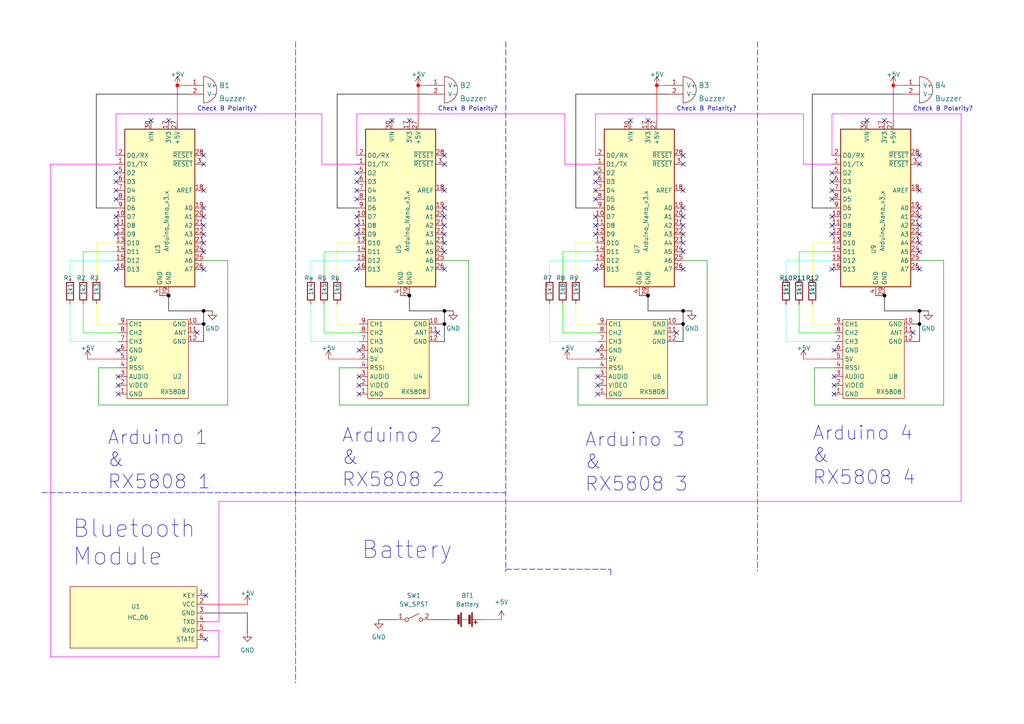
<source format=kicad_sch>
(kicad_sch (version 20211123) (generator eeschema)
  (paper "A4")
  (title_block (title "PIDFlight Remix") (date "9/18/2022") (rev "1.0") (company "Multirotor") (comment 1 "Buneta"))
  (lib_symbols
    (symbol "Device:Battery" (pin_numbers hide) (pin_names (offset 0) hide)
      (property "Reference" "BT" (at 2.54 2.54 0))
      (property "Value" "Battery" (at 2.54 0 0))
      (symbol "Battery_0_1"
        (rectangle (start -2.032 -1.397) (end 2.032 -1.651) (fill (type outline)))
        (rectangle (start -2.032 1.778) (end 2.032 1.524) (fill (type outline)))
        (rectangle (start -1.3208 -1.9812) (end 1.27 -2.4892) (fill (type outline)))
        (rectangle (start -1.3208 1.1938) (end 1.27 0.6858) (fill (type outline)))
        (polyline (pts (xy 0 -1.524) (xy 0 -1.27)))
        (polyline (pts (xy 0 -1.016) (xy 0 -0.762)))
        (polyline (pts (xy 0 -0.508) (xy 0 -0.254)))
        (polyline (pts (xy 0 0) (xy 0 0.254)))
        (polyline (pts (xy 0 0.508) (xy 0 0.762)))
        (polyline (pts (xy 0 1.778) (xy 0 2.54)))
        (polyline (pts (xy 0.254 2.667) (xy 1.27 2.667)) (stroke (width 0.254)))
        (polyline (pts (xy 0.762 3.175) (xy 0.762 2.159)) (stroke (width 0.254)))
      )
      (symbol "Battery_1_1"
        (pin passive line (at 0 5.08 270) (length 2.54) (name "+") (number "1"))
        (pin passive line (at 0 -5.08 90) (length 2.54) (name "-") (number "2"))
      )
    )
    (symbol "Device:R" (pin_numbers hide) (pin_names (offset 0))
      (property "Reference" "R" (at 2.032 0 90))
      (property "Value" "R" (at 0 0 90))
      (symbol "R_0_1"
        (rectangle (start -1.016 -2.54) (end 1.016 2.54) (stroke (width 0.254)))
      )
      (symbol "R_1_1"
        (pin passive line (at 0 3.81 270) (length 1.27) (name "~") (number "1"))
        (pin passive line (at 0 -3.81 90) (length 1.27) (name "~") (number "2"))
      )
    )
    (symbol "HC_06:HC_06"
      (property "Reference" "U1" (at 0 3.175 0))
      (property "Value" "HC_06" (at 0.635 0 0))
      (symbol "HC_06_0_1"
        (rectangle (start 17.78 8.89) (end -19.05 -8.89) (fill (type background)))
      )
      (symbol "HC_06_1_1"
        (pin input line (at 20.32 6.35 180) (length 2.54) (name "KEY") (number "1"))
        (pin input line (at 20.32 3.81 180) (length 2.54) (name "VCC") (number "2"))
        (pin input line (at 20.32 1.27 180) (length 2.54) (name "GND") (number "3"))
        (pin input line (at 20.32 -1.27 180) (length 2.54) (name "TXD") (number "4"))
        (pin input line (at 20.32 -3.81 180) (length 2.54) (name "RXD") (number "5"))
        (pin input line (at 20.32 -6.35 180) (length 2.54) (name "STATE") (number "6"))
      )
    )
    (symbol "MCU_Module:Arduino_Nano_v3.x"
      (property "Reference" "A" (at -10.16 23.495 0))
      (property "Value" "Arduino_Nano_v3.x" (at 5.08 -24.13 0))
      (symbol "Arduino_Nano_v3.x_0_1"
        (rectangle (start -10.16 22.86) (end 10.16 -22.86) (stroke (width 0.254)) (fill (type background)))
      )
      (symbol "Arduino_Nano_v3.x_1_1"
        (pin bidirectional line (at -12.7 12.7 0) (length 2.54) (name "D1/TX") (number "1"))
        (pin bidirectional line (at -12.7 -2.54 0) (length 2.54) (name "D7") (number "10"))
        (pin bidirectional line (at -12.7 -5.08 0) (length 2.54) (name "D8") (number "11"))
        (pin bidirectional line (at -12.7 -7.62 0) (length 2.54) (name "D9") (number "12"))
        (pin bidirectional line (at -12.7 -10.16 0) (length 2.54) (name "D10") (number "13"))
        (pin bidirectional line (at -12.7 -12.7 0) (length 2.54) (name "D11") (number "14"))
        (pin bidirectional line (at -12.7 -15.24 0) (length 2.54) (name "D12") (number "15"))
        (pin bidirectional line (at -12.7 -17.78 0) (length 2.54) (name "D13") (number "16"))
        (pin power_out line (at 2.54 25.4 270) (length 2.54) (name "3V3") (number "17"))
        (pin input line (at 12.7 5.08 180) (length 2.54) (name "AREF") (number "18"))
        (pin bidirectional line (at 12.7 0 180) (length 2.54) (name "A0") (number "19"))
        (pin bidirectional line (at -12.7 15.24 0) (length 2.54) (name "D0/RX") (number "2"))
        (pin bidirectional line (at 12.7 -2.54 180) (length 2.54) (name "A1") (number "20"))
        (pin bidirectional line (at 12.7 -5.08 180) (length 2.54) (name "A2") (number "21"))
        (pin bidirectional line (at 12.7 -7.62 180) (length 2.54) (name "A3") (number "22"))
        (pin bidirectional line (at 12.7 -10.16 180) (length 2.54) (name "A4") (number "23"))
        (pin bidirectional line (at 12.7 -12.7 180) (length 2.54) (name "A5") (number "24"))
        (pin bidirectional line (at 12.7 -15.24 180) (length 2.54) (name "A6") (number "25"))
        (pin bidirectional line (at 12.7 -17.78 180) (length 2.54) (name "A7") (number "26"))
        (pin power_out line (at 5.08 25.4 270) (length 2.54) (name "+5V") (number "27"))
        (pin input line (at 12.7 15.24 180) (length 2.54) (name "~{RESET}") (number "28"))
        (pin power_in line (at 2.54 -25.4 90) (length 2.54) (name "GND") (number "29"))
        (pin input line (at 12.7 12.7 180) (length 2.54) (name "~{RESET}") (number "3"))
        (pin power_in line (at -2.54 25.4 270) (length 2.54) (name "VIN") (number "30"))
        (pin power_in line (at 0 -25.4 90) (length 2.54) (name "GND") (number "4"))
        (pin bidirectional line (at -12.7 10.16 0) (length 2.54) (name "D2") (number "5"))
        (pin bidirectional line (at -12.7 7.62 0) (length 2.54) (name "D3") (number "6"))
        (pin bidirectional line (at -12.7 5.08 0) (length 2.54) (name "D4") (number "7"))
        (pin bidirectional line (at -12.7 2.54 0) (length 2.54) (name "D5") (number "8"))
        (pin bidirectional line (at -12.7 0 0) (length 2.54) (name "D6") (number "9"))
      )
    )
    (symbol "MRDT_Devices:Buzzer" (pin_names (offset 1.016))
      (property "Reference" "B" (at 1.27 -1.27 0))
      (property "Value" "Buzzer" (at 0 10.16 0))
      (symbol "Buzzer_0_1"
        (polyline (pts (xy 0 7.62) (xy 0 0)))
        (arc (start 0 0) (mid 3.81 3.81) (end 0 7.62))
      )
      (symbol "Buzzer_1_1"
        (pin input line (at -5.08 5.08 0) (length 5.08) (name "V+") (number "1"))
        (pin input line (at -5.08 2.54 0) (length 5.08) (name "V-") (number "2"))
      )
    )
    (symbol "RX5808:RX5808"
      (property "Reference" "U" (at 6.35 -7.62 0))
      (property "Value" "RX5808" (at 3.81 -11.43 0))
      (symbol "RX5808_0_1"
        (rectangle (start -8.89 10.16) (end 8.89 -12.7) (fill (type background)))
      )
      (symbol "RX5808_1_1"
        (pin input line (at -11.43 -11.43 0) (length 2.54) (name "GND") (number "1"))
        (pin input line (at 11.43 8.89 180) (length 2.54) (name "GND") (number "10"))
        (pin input line (at 11.43 6.35 180) (length 2.54) (name "ANT") (number "11"))
        (pin input line (at 11.43 3.81 180) (length 2.54) (name "GND") (number "12"))
        (pin input line (at -11.43 -8.89 0) (length 2.54) (name "VIDEO") (number "2"))
        (pin input line (at -11.43 -6.35 0) (length 2.54) (name "AUDIO") (number "3"))
        (pin input line (at -11.43 -3.81 0) (length 2.54) (name "RSSI") (number "4"))
        (pin input line (at -11.43 -1.27 0) (length 2.54) (name "5V") (number "5"))
        (pin input line (at -11.43 1.27 0) (length 2.54) (name "GND") (number "6"))
        (pin input line (at -11.43 3.81 0) (length 2.54) (name "CH3") (number "7"))
        (pin input line (at -11.43 6.35 0) (length 2.54) (name "CH2") (number "8"))
        (pin input line (at -11.43 8.89 0) (length 2.54) (name "CH1") (number "9"))
      )
    )
    (symbol "RX5808_2"
      (property "Reference" "U" (at 6.35 -7.62 0))
      (property "Value" "RX5808_2" (at 3.81 -11.43 0))
      (symbol "RX5808_2_0_1"
        (rectangle (start -8.89 10.16) (end 8.89 -12.7) (fill (type background)))
      )
      (symbol "RX5808_2_1_1"
        (pin input line (at -11.43 -11.43 0) (length 2.54) (name "GND") (number "1"))
        (pin input line (at 11.43 8.89 180) (length 2.54) (name "GND") (number "10"))
        (pin input line (at 11.43 6.35 180) (length 2.54) (name "ANT") (number "11"))
        (pin input line (at 11.43 3.81 180) (length 2.54) (name "GND") (number "12"))
        (pin input line (at -11.43 -8.89 0) (length 2.54) (name "VIDEO") (number "2"))
        (pin input line (at -11.43 -6.35 0) (length 2.54) (name "AUDIO") (number "3"))
        (pin input line (at -11.43 -3.81 0) (length 2.54) (name "RSSI") (number "4"))
        (pin input line (at -11.43 -1.27 0) (length 2.54) (name "5V") (number "5"))
        (pin input line (at -11.43 1.27 0) (length 2.54) (name "GND") (number "6"))
        (pin input line (at -11.43 3.81 0) (length 2.54) (name "CH3") (number "7"))
        (pin input line (at -11.43 6.35 0) (length 2.54) (name "CH2") (number "8"))
        (pin input line (at -11.43 8.89 0) (length 2.54) (name "CH1") (number "9"))
      )
    )
    (symbol "RX5808_3"
      (property "Reference" "U" (at 6.35 -7.62 0))
      (property "Value" "RX5808_3" (at 3.81 -11.43 0))
      (symbol "RX5808_3_0_1"
        (rectangle (start -8.89 10.16) (end 8.89 -12.7) (fill (type background)))
      )
      (symbol "RX5808_3_1_1"
        (pin input line (at -11.43 -11.43 0) (length 2.54) (name "GND") (number "1"))
        (pin input line (at 11.43 8.89 180) (length 2.54) (name "GND") (number "10"))
        (pin input line (at 11.43 6.35 180) (length 2.54) (name "ANT") (number "11"))
        (pin input line (at 11.43 3.81 180) (length 2.54) (name "GND") (number "12"))
        (pin input line (at -11.43 -8.89 0) (length 2.54) (name "VIDEO") (number "2"))
        (pin input line (at -11.43 -6.35 0) (length 2.54) (name "AUDIO") (number "3"))
        (pin input line (at -11.43 -3.81 0) (length 2.54) (name "RSSI") (number "4"))
        (pin input line (at -11.43 -1.27 0) (length 2.54) (name "5V") (number "5"))
        (pin input line (at -11.43 1.27 0) (length 2.54) (name "GND") (number "6"))
        (pin input line (at -11.43 3.81 0) (length 2.54) (name "CH3") (number "7"))
        (pin input line (at -11.43 6.35 0) (length 2.54) (name "CH2") (number "8"))
        (pin input line (at -11.43 8.89 0) (length 2.54) (name "CH1") (number "9"))
      )
    )
    (symbol "Switch:SW_SPST" (pin_names (offset 0) hide)
      (property "Reference" "SW" (at 0 3.175 0))
      (property "Value" "SW_SPST" (at 0 -2.54 0))
      (symbol "SW_SPST_0_0"
        (circle (center -2.032 0) (radius 0.508))
        (polyline (pts (xy -1.524 0.254) (xy 1.524 1.778)))
        (circle (center 2.032 0) (radius 0.508))
      )
      (symbol "SW_SPST_1_1"
        (pin passive line (at -5.08 0 0) (length 2.54) (name "A") (number "1"))
        (pin passive line (at 5.08 0 180) (length 2.54) (name "B") (number "2"))
      )
    )
    (symbol "power:+5V" (power) (pin_names (offset 0))
      (property "Value" "+5V" (at 0 3.556 0))
      (symbol "+5V_0_1"
        (polyline (pts (xy -0.762 1.27) (xy 0 2.54)))
        (polyline (pts (xy 0 0) (xy 0 2.54)))
        (polyline (pts (xy 0 2.54) (xy 0.762 1.27)))
      )
      (symbol "+5V_1_1"
        (pin power_in line (at 0 0 90) (length 0) hide (name "+5V") (number "1"))
      )
    )
    (symbol "power:GND" (power) (pin_names (offset 0))
      (property "Value" "GND" (at 0 -3.81 0))
      (symbol "GND_0_1"
        (polyline (pts (xy 0 0) (xy 0 -1.27) (xy 1.27 -1.27) (xy 0 -2.54) (xy -1.27 -1.27) (xy 0 -1.27)))
      )
      (symbol "GND_1_1"
        (pin power_in line (at 0 0 270) (length 0) hide (name "GND") (number "1"))
      )
    )
  )
  (junction (at 256.54 85.725) (color 0 0 0 1))
  (junction (at 118.745 85.725) (color 0 0 0 1))
  (junction (at 51.435 24.765) (color 255 0 0 1))
  (junction (at 59.055 93.98) (color 0 0 0 1))
  (junction (at 190.5 24.765) (color 255 0 0 1))
  (junction (at 266.7 90.17) (color 0 0 0 1))
  (junction (at 59.055 90.17) (color 0 0 0 1))
  (junction (at 198.12 90.17) (color 0 0 0 1))
  (junction (at 259.08 24.765) (color 255 0 0 1))
  (junction (at 266.7 93.98) (color 0 0 0 1))
  (junction (at 198.12 93.98) (color 0 0 0 1))
  (junction (at 128.905 93.98) (color 0 0 0 1))
  (junction (at 187.96 85.725) (color 0 0 0 1))
  (junction (at 48.895 85.725) (color 0 0 0 1))
  (junction (at 128.905 90.17) (color 0 0 0 1))
  (junction (at 121.285 24.765) (color 255 0 0 1))
  (no_connect (at 118.745 34.925))
  (no_connect (at 266.7 60.325))
  (no_connect (at 34.29 101.6))
  (no_connect (at 266.7 67.945))
  (no_connect (at 33.655 55.245))
  (no_connect (at 266.7 47.625))
  (no_connect (at 173.355 109.22))
  (no_connect (at 241.935 114.3))
  (no_connect (at 33.655 57.785))
  (no_connect (at 266.7 45.085))
  (no_connect (at 266.7 73.025))
  (no_connect (at 128.905 47.625))
  (no_connect (at 104.14 101.6))
  (no_connect (at 172.72 50.165))
  (no_connect (at 196.215 96.52))
  (no_connect (at 182.88 34.925))
  (no_connect (at 57.15 96.52))
  (no_connect (at 198.12 73.025))
  (no_connect (at 59.055 62.865))
  (no_connect (at 128.905 73.025))
  (no_connect (at 34.29 114.3))
  (no_connect (at 172.72 55.245))
  (no_connect (at 266.7 70.485))
  (no_connect (at 172.72 65.405))
  (no_connect (at 198.12 47.625))
  (no_connect (at 266.7 55.245))
  (no_connect (at 59.055 55.245))
  (no_connect (at 198.12 65.405))
  (no_connect (at 266.7 78.105))
  (no_connect (at 33.655 62.865))
  (no_connect (at 59.055 73.025))
  (no_connect (at 187.96 34.925))
  (no_connect (at 251.46 34.925))
  (no_connect (at 198.12 70.485))
  (no_connect (at 256.54 34.925))
  (no_connect (at 198.12 78.105))
  (no_connect (at 34.29 109.22))
  (no_connect (at 59.055 70.485))
  (no_connect (at 128.905 45.085))
  (no_connect (at 59.69 172.72))
  (no_connect (at 198.12 45.085))
  (no_connect (at 172.72 62.865))
  (no_connect (at 103.505 55.245))
  (no_connect (at 33.655 78.105))
  (no_connect (at 34.29 111.76))
  (no_connect (at 241.3 52.705))
  (no_connect (at 103.505 65.405))
  (no_connect (at 173.355 101.6))
  (no_connect (at 43.815 34.925))
  (no_connect (at 103.505 67.945))
  (no_connect (at 33.655 50.165))
  (no_connect (at 241.935 111.76))
  (no_connect (at 264.795 96.52))
  (no_connect (at 59.69 185.42))
  (no_connect (at 128.905 67.945))
  (no_connect (at 103.505 62.865))
  (no_connect (at 172.72 52.705))
  (no_connect (at 128.905 70.485))
  (no_connect (at 104.14 111.76))
  (no_connect (at 103.505 57.785))
  (no_connect (at 241.3 57.785))
  (no_connect (at 241.3 65.405))
  (no_connect (at 198.12 62.865))
  (no_connect (at 59.055 65.405))
  (no_connect (at 198.12 55.245))
  (no_connect (at 103.505 52.705))
  (no_connect (at 173.355 111.76))
  (no_connect (at 59.055 47.625))
  (no_connect (at 241.3 62.865))
  (no_connect (at 59.055 60.325))
  (no_connect (at 104.14 109.22))
  (no_connect (at 33.655 52.705))
  (no_connect (at 33.655 67.945))
  (no_connect (at 266.7 65.405))
  (no_connect (at 241.3 78.105))
  (no_connect (at 104.14 114.3))
  (no_connect (at 127 96.52))
  (no_connect (at 33.655 65.405))
  (no_connect (at 103.505 50.165))
  (no_connect (at 241.935 101.6))
  (no_connect (at 172.72 57.785))
  (no_connect (at 59.055 78.105))
  (no_connect (at 241.935 109.22))
  (no_connect (at 198.12 67.945))
  (no_connect (at 59.055 45.085))
  (no_connect (at 172.72 78.105))
  (no_connect (at 172.72 67.945))
  (no_connect (at 128.905 60.325))
  (no_connect (at 128.905 55.245))
  (no_connect (at 266.7 62.865))
  (no_connect (at 241.3 67.945))
  (no_connect (at 241.3 55.245))
  (no_connect (at 128.905 62.865))
  (no_connect (at 241.3 50.165))
  (no_connect (at 128.905 65.405))
  (no_connect (at 103.505 78.105))
  (no_connect (at 59.055 67.945))
  (no_connect (at 113.665 34.925))
  (no_connect (at 173.355 114.3))
  (no_connect (at 128.905 78.105))
  (no_connect (at 198.12 60.325))
  (no_connect (at 48.895 34.925))
  (wire (pts (xy 241.3 60.325) (xy 235.585 60.325)) (stroke (width 0) (color 0 0 0 1)))
  (wire (pts (xy 187.96 90.17) (xy 198.12 90.17)) (stroke (width 0) (color 0 0 0 1)))
  (wire (pts (xy 227.965 75.565) (xy 241.3 75.565)) (stroke (width 0) (color 84 251 255 1)))
  (wire (pts (xy 118.745 85.725) (xy 118.745 90.17)) (stroke (width 0) (color 0 0 0 1)))
  (wire (pts (xy 236.22 106.68) (xy 236.22 117.475)))
  (wire (pts (xy 235.585 60.325) (xy 235.585 27.305)) (stroke (width 0) (color 0 0 0 1)))
  (wire (pts (xy 116.205 85.725) (xy 118.745 85.725)) (stroke (width 0) (color 0 0 0 1)))
  (wire (pts (xy 33.655 45.085) (xy 33.655 33.02)) (stroke (width 0) (color 255 0 255 1)))
  (wire (pts (xy 104.14 106.68) (xy 98.425 106.68)))
  (wire (pts (xy 190.5 24.765) (xy 190.5 34.925)) (stroke (width 0) (color 255 0 0 1)))
  (wire (pts (xy 172.72 45.085) (xy 172.72 33.02)) (stroke (width 0) (color 255 0 255 1)))
  (wire (pts (xy 273.685 117.475) (xy 273.685 75.565)))
  (polyline (pts (xy 85.725 165.735) (xy 85.725 198.12)))
  (wire (pts (xy 14.605 47.625) (xy 14.605 190.5)) (stroke (width 0) (color 255 0 255 1)))
  (wire (pts (xy 236.22 117.475) (xy 273.685 117.475)))
  (polyline (pts (xy 177.165 165.1) (xy 177.165 167.005)))
  (wire (pts (xy 20.32 75.565) (xy 33.655 75.565)) (stroke (width 0) (color 84 251 255 1)))
  (wire (pts (xy 172.72 33.02) (xy 233.045 33.02)) (stroke (width 0) (color 255 0 255 1)))
  (wire (pts (xy 59.69 177.8) (xy 71.755 177.8)) (stroke (width 0) (color 0 0 0 1)))
  (wire (pts (xy 97.79 80.645) (xy 97.79 70.485)) (stroke (width 0) (color 246 255 28 1)))
  (wire (pts (xy 259.08 24.765) (xy 259.08 34.925)) (stroke (width 0) (color 255 0 0 1)))
  (wire (pts (xy 59.055 90.17) (xy 59.055 93.98)) (stroke (width 0) (color 0 0 0 1)))
  (wire (pts (xy 173.355 106.68) (xy 167.64 106.68)))
  (wire (pts (xy 266.7 99.06) (xy 264.795 99.06)) (stroke (width 0) (color 0 0 0 1)))
  (wire (pts (xy 27.94 88.265) (xy 27.94 93.98)) (stroke (width 0) (color 246 255 28 1)))
  (wire (pts (xy 103.505 33.02) (xy 163.83 33.02)) (stroke (width 0) (color 255 0 255 1)))
  (wire (pts (xy 233.045 33.02) (xy 233.045 47.625)) (stroke (width 0) (color 255 0 255 1)))
  (wire (pts (xy 198.12 93.98) (xy 198.12 99.06)) (stroke (width 0) (color 0 0 0 1)))
  (wire (pts (xy 59.055 90.17) (xy 61.595 90.17)) (stroke (width 0) (color 0 0 0 1)))
  (wire (pts (xy 63.5 190.5) (xy 63.5 182.88)) (stroke (width 0) (color 255 0 255 1)))
  (wire (pts (xy 93.98 73.025) (xy 103.505 73.025)) (stroke (width 0) (color 15 255 0 1)))
  (wire (pts (xy 90.17 99.06) (xy 90.17 88.265)) (stroke (width 0) (color 84 251 255 1)))
  (wire (pts (xy 63.5 145.415) (xy 278.765 145.415)) (stroke (width 0) (color 255 0 255 1)))
  (wire (pts (xy 163.83 47.625) (xy 172.72 47.625)) (stroke (width 0) (color 255 0 255 1)))
  (wire (pts (xy 273.685 75.565) (xy 266.7 75.565)))
  (wire (pts (xy 196.215 93.98) (xy 198.12 93.98)) (stroke (width 0) (color 0 0 0 1)))
  (wire (pts (xy 241.935 99.06) (xy 227.965 99.06)) (stroke (width 0) (color 84 251 255 1)))
  (wire (pts (xy 231.775 96.52) (xy 231.775 88.265)) (stroke (width 0) (color 15 255 0 1)))
  (wire (pts (xy 159.385 75.565) (xy 172.72 75.565)) (stroke (width 0) (color 84 251 255 1)))
  (wire (pts (xy 59.055 99.06) (xy 57.15 99.06)) (stroke (width 0) (color 0 0 0 1)))
  (wire (pts (xy 48.895 85.725) (xy 48.895 90.17)) (stroke (width 0) (color 0 0 0 1)))
  (wire (pts (xy 20.32 80.645) (xy 20.32 75.565)) (stroke (width 0) (color 84 251 255 1)))
  (wire (pts (xy 104.14 104.14) (xy 95.25 104.14)) (stroke (width 0) (color 255 13 4 1)))
  (wire (pts (xy 66.04 117.475) (xy 66.04 75.565)))
  (wire (pts (xy 163.83 33.02) (xy 163.83 47.625)) (stroke (width 0) (color 255 0 255 1)))
  (wire (pts (xy 71.755 177.8) (xy 71.755 183.515)) (stroke (width 0) (color 0 0 0 1)))
  (wire (pts (xy 97.79 27.305) (xy 123.825 27.305)) (stroke (width 0) (color 0 0 0 1)))
  (wire (pts (xy 241.935 96.52) (xy 231.775 96.52)) (stroke (width 0) (color 15 255 0 1)))
  (wire (pts (xy 231.775 80.645) (xy 231.775 73.025)) (stroke (width 0) (color 15 255 0 1)))
  (wire (pts (xy 97.79 60.325) (xy 97.79 27.305)) (stroke (width 0) (color 0 0 0 1)))
  (wire (pts (xy 33.655 60.325) (xy 27.94 60.325)) (stroke (width 0) (color 0 0 0 1)))
  (wire (pts (xy 187.96 85.725) (xy 187.96 90.17)) (stroke (width 0) (color 0 0 0 1)))
  (wire (pts (xy 103.505 45.085) (xy 103.505 33.02)) (stroke (width 0) (color 255 0 255 1)))
  (wire (pts (xy 127 93.98) (xy 128.905 93.98)) (stroke (width 0) (color 0 0 0 1)))
  (wire (pts (xy 48.895 90.17) (xy 59.055 90.17)) (stroke (width 0) (color 0 0 0 1)))
  (wire (pts (xy 167.005 27.305) (xy 193.04 27.305)) (stroke (width 0) (color 0 0 0 1)))
  (wire (pts (xy 163.195 80.645) (xy 163.195 73.025)) (stroke (width 0) (color 15 255 0 1)))
  (wire (pts (xy 167.005 80.645) (xy 167.005 70.485)) (stroke (width 0) (color 246 255 28 1)))
  (wire (pts (xy 97.79 93.98) (xy 104.14 93.98)) (stroke (width 0) (color 246 255 28 1)))
  (wire (pts (xy 173.355 104.14) (xy 164.465 104.14)) (stroke (width 0) (color 255 13 4 1)))
  (wire (pts (xy 235.585 80.645) (xy 235.585 70.485)) (stroke (width 0) (color 246 255 28 1)))
  (wire (pts (xy 256.54 90.17) (xy 266.7 90.17)) (stroke (width 0) (color 0 0 0 1)))
  (wire (pts (xy 98.425 106.68) (xy 98.425 117.475)))
  (wire (pts (xy 27.94 60.325) (xy 27.94 27.305)) (stroke (width 0) (color 0 0 0 1)))
  (wire (pts (xy 93.345 33.02) (xy 93.345 47.625)) (stroke (width 0) (color 255 0 255 1)))
  (wire (pts (xy 109.855 179.705) (xy 114.935 179.705)) (stroke (width 0) (color 0 0 0 1)))
  (wire (pts (xy 27.94 80.645) (xy 27.94 70.485)) (stroke (width 0) (color 246 255 28 1)))
  (wire (pts (xy 190.5 24.765) (xy 193.04 24.765)) (stroke (width 0) (color 255 0 0 1)))
  (polyline (pts (xy 12.065 142.875) (xy 85.725 142.875)))
  (wire (pts (xy 104.14 99.06) (xy 90.17 99.06)) (stroke (width 0) (color 84 251 255 1)))
  (wire (pts (xy 51.435 24.765) (xy 51.435 34.925)) (stroke (width 0) (color 255 0 0 1)))
  (wire (pts (xy 259.08 24.765) (xy 261.62 24.765)) (stroke (width 0) (color 255 0 0 1)))
  (wire (pts (xy 167.005 60.325) (xy 167.005 27.305)) (stroke (width 0) (color 0 0 0 1)))
  (wire (pts (xy 121.285 24.765) (xy 123.825 24.765)) (stroke (width 0) (color 255 0 0 1)))
  (wire (pts (xy 93.98 80.645) (xy 93.98 73.025)) (stroke (width 0) (color 15 255 0 1)))
  (wire (pts (xy 24.13 96.52) (xy 24.13 88.265)) (stroke (width 0) (color 15 255 0 1)))
  (wire (pts (xy 33.655 33.02) (xy 93.345 33.02)) (stroke (width 0) (color 255 0 255 1)))
  (wire (pts (xy 128.905 99.06) (xy 127 99.06)) (stroke (width 0) (color 0 0 0 1)))
  (polyline (pts (xy 219.71 12.065) (xy 219.71 165.735)))
  (wire (pts (xy 241.935 104.14) (xy 233.045 104.14)) (stroke (width 0) (color 255 13 4 1)))
  (wire (pts (xy 28.575 106.68) (xy 28.575 117.475)))
  (wire (pts (xy 256.54 85.725) (xy 256.54 90.17)) (stroke (width 0) (color 0 0 0 1)))
  (wire (pts (xy 27.94 93.98) (xy 34.29 93.98)) (stroke (width 0) (color 246 255 28 1)))
  (wire (pts (xy 63.5 182.88) (xy 59.69 182.88)) (stroke (width 0) (color 255 0 255 1)))
  (wire (pts (xy 33.655 47.625) (xy 14.605 47.625)) (stroke (width 0) (color 255 0 255 1)))
  (polyline (pts (xy 85.725 12.065) (xy 85.725 165.735)))
  (wire (pts (xy 66.04 75.565) (xy 59.055 75.565)))
  (wire (pts (xy 198.12 90.17) (xy 198.12 93.98)) (stroke (width 0) (color 0 0 0 1)))
  (wire (pts (xy 98.425 117.475) (xy 135.89 117.475)))
  (wire (pts (xy 20.32 99.06) (xy 20.32 88.265)) (stroke (width 0) (color 84 251 255 1)))
  (wire (pts (xy 140.335 179.705) (xy 145.415 179.705)) (stroke (width 0) (color 255 0 0 1)))
  (wire (pts (xy 233.045 47.625) (xy 241.3 47.625)) (stroke (width 0) (color 255 0 255 1)))
  (wire (pts (xy 159.385 80.645) (xy 159.385 75.565)) (stroke (width 0) (color 84 251 255 1)))
  (wire (pts (xy 14.605 190.5) (xy 63.5 190.5)) (stroke (width 0) (color 255 0 255 1)))
  (wire (pts (xy 51.435 24.765) (xy 53.975 24.765)) (stroke (width 0) (color 255 0 0 1)))
  (wire (pts (xy 28.575 117.475) (xy 66.04 117.475)))
  (wire (pts (xy 163.195 73.025) (xy 172.72 73.025)) (stroke (width 0) (color 15 255 0 1)))
  (wire (pts (xy 185.42 85.725) (xy 187.96 85.725)) (stroke (width 0) (color 0 0 0 1)))
  (wire (pts (xy 57.15 93.98) (xy 59.055 93.98)) (stroke (width 0) (color 0 0 0 1)))
  (wire (pts (xy 63.5 180.34) (xy 63.5 145.415)) (stroke (width 0) (color 255 0 255 1)))
  (wire (pts (xy 235.585 70.485) (xy 241.3 70.485)) (stroke (width 0) (color 246 255 28 1)))
  (wire (pts (xy 59.69 175.26) (xy 71.755 175.26)) (stroke (width 0) (color 255 0 0 1)))
  (wire (pts (xy 90.17 80.645) (xy 90.17 75.565)) (stroke (width 0) (color 84 251 255 1)))
  (wire (pts (xy 90.17 75.565) (xy 103.505 75.565)) (stroke (width 0) (color 84 251 255 1)))
  (wire (pts (xy 97.79 70.485) (xy 103.505 70.485)) (stroke (width 0) (color 246 255 28 1)))
  (wire (pts (xy 24.13 73.025) (xy 33.655 73.025)) (stroke (width 0) (color 15 255 0 1)))
  (wire (pts (xy 159.385 99.06) (xy 159.385 88.265)) (stroke (width 0) (color 84 251 255 1)))
  (wire (pts (xy 198.12 99.06) (xy 196.215 99.06)) (stroke (width 0) (color 0 0 0 1)))
  (wire (pts (xy 103.505 60.325) (xy 97.79 60.325)) (stroke (width 0) (color 0 0 0 1)))
  (wire (pts (xy 167.005 93.98) (xy 173.355 93.98)) (stroke (width 0) (color 246 255 28 1)))
  (wire (pts (xy 118.745 90.17) (xy 128.905 90.17)) (stroke (width 0) (color 0 0 0 1)))
  (wire (pts (xy 59.055 93.98) (xy 59.055 99.06)) (stroke (width 0) (color 0 0 0 1)))
  (wire (pts (xy 93.345 47.625) (xy 103.505 47.625)) (stroke (width 0) (color 255 0 255 1)))
  (wire (pts (xy 198.12 90.17) (xy 200.66 90.17)) (stroke (width 0) (color 0 0 0 1)))
  (wire (pts (xy 46.355 85.725) (xy 48.895 85.725)) (stroke (width 0) (color 0 0 0 1)))
  (wire (pts (xy 34.29 106.68) (xy 28.575 106.68)))
  (wire (pts (xy 167.64 106.68) (xy 167.64 117.475)))
  (wire (pts (xy 235.585 27.305) (xy 261.62 27.305)) (stroke (width 0) (color 0 0 0 1)))
  (wire (pts (xy 167.64 117.475) (xy 205.105 117.475)))
  (wire (pts (xy 59.69 180.34) (xy 63.5 180.34)) (stroke (width 0) (color 255 0 255 1)))
  (wire (pts (xy 173.355 96.52) (xy 163.195 96.52)) (stroke (width 0) (color 15 255 0 1)))
  (polyline (pts (xy 85.725 142.875) (xy 146.685 142.875)))
  (wire (pts (xy 227.965 80.645) (xy 227.965 75.565)) (stroke (width 0) (color 84 251 255 1)))
  (wire (pts (xy 173.355 99.06) (xy 159.385 99.06)) (stroke (width 0) (color 84 251 255 1)))
  (wire (pts (xy 278.765 33.02) (xy 278.765 145.415)) (stroke (width 0) (color 255 0 255 1)))
  (wire (pts (xy 241.3 45.085) (xy 241.3 33.02)) (stroke (width 0) (color 255 0 255 1)))
  (wire (pts (xy 231.775 73.025) (xy 241.3 73.025)) (stroke (width 0) (color 15 255 0 1)))
  (wire (pts (xy 235.585 93.98) (xy 241.935 93.98)) (stroke (width 0) (color 246 255 28 1)))
  (wire (pts (xy 172.72 60.325) (xy 167.005 60.325)) (stroke (width 0) (color 0 0 0 1)))
  (wire (pts (xy 27.94 70.485) (xy 33.655 70.485)) (stroke (width 0) (color 246 255 28 1)))
  (wire (pts (xy 34.29 96.52) (xy 24.13 96.52)) (stroke (width 0) (color 15 255 0 1)))
  (wire (pts (xy 125.095 179.705) (xy 130.175 179.705)) (stroke (width 0) (color 0 0 0 1)))
  (wire (pts (xy 128.905 90.17) (xy 128.905 93.98)) (stroke (width 0) (color 0 0 0 1)))
  (wire (pts (xy 25.4 104.14) (xy 34.29 104.14)) (stroke (width 0) (color 255 0 0 1)))
  (polyline (pts (xy 146.685 165.1) (xy 177.165 165.1)))
  (wire (pts (xy 104.14 96.52) (xy 93.98 96.52)) (stroke (width 0) (color 15 255 0 1)))
  (wire (pts (xy 241.935 106.68) (xy 236.22 106.68)))
  (polyline (pts (xy 146.685 12.065) (xy 146.685 165.735)))
  (wire (pts (xy 266.7 93.98) (xy 266.7 99.06)) (stroke (width 0) (color 0 0 0 1)))
  (wire (pts (xy 266.7 90.17) (xy 269.24 90.17)) (stroke (width 0) (color 0 0 0 1)))
  (wire (pts (xy 227.965 99.06) (xy 227.965 88.265)) (stroke (width 0) (color 84 251 255 1)))
  (wire (pts (xy 128.905 93.98) (xy 128.905 99.06)) (stroke (width 0) (color 0 0 0 1)))
  (wire (pts (xy 135.89 75.565) (xy 128.905 75.565)))
  (wire (pts (xy 128.905 90.17) (xy 131.445 90.17)) (stroke (width 0) (color 0 0 0 1)))
  (wire (pts (xy 167.005 70.485) (xy 172.72 70.485)) (stroke (width 0) (color 246 255 28 1)))
  (wire (pts (xy 135.89 117.475) (xy 135.89 75.565)))
  (wire (pts (xy 241.3 33.02) (xy 278.765 33.02)) (stroke (width 0) (color 255 0 255 1)))
  (wire (pts (xy 93.98 96.52) (xy 93.98 88.265)) (stroke (width 0) (color 15 255 0 1)))
  (wire (pts (xy 163.195 96.52) (xy 163.195 88.265)) (stroke (width 0) (color 15 255 0 1)))
  (wire (pts (xy 167.005 88.265) (xy 167.005 93.98)) (stroke (width 0) (color 246 255 28 1)))
  (wire (pts (xy 121.285 24.765) (xy 121.285 34.925)) (stroke (width 0) (color 255 0 0 1)))
  (wire (pts (xy 24.13 80.645) (xy 24.13 73.025)) (stroke (width 0) (color 15 255 0 1)))
  (wire (pts (xy 254 85.725) (xy 256.54 85.725)) (stroke (width 0) (color 0 0 0 1)))
  (wire (pts (xy 266.7 90.17) (xy 266.7 93.98)) (stroke (width 0) (color 0 0 0 1)))
  (wire (pts (xy 27.94 27.305) (xy 53.975 27.305)) (stroke (width 0) (color 0 0 0 1)))
  (wire (pts (xy 264.795 93.98) (xy 266.7 93.98)) (stroke (width 0) (color 0 0 0 1)))
  (wire (pts (xy 97.79 88.265) (xy 97.79 93.98)) (stroke (width 0) (color 246 255 28 1)))
  (wire (pts (xy 205.105 117.475) (xy 205.105 75.565)))
  (wire (pts (xy 205.105 75.565) (xy 198.12 75.565)))
  (wire (pts (xy 235.585 88.265) (xy 235.585 93.98)) (stroke (width 0) (color 246 255 28 1)))
  (wire (pts (xy 34.29 99.06) (xy 20.32 99.06)) (stroke (width 0) (color 84 251 255 1)))
  (text "Arduino 4\n&\nRX5808 4" (at 235.585 140.97 0) (effects (font (size 4 4)) (justify left bottom)))
  (text "Check B Polarity?" (at 127 32.385 0) (effects (font (size 1.27 1.27)) (justify left bottom)))
  (text "Check B Polarity?" (at 264.795 32.385 0) (effects (font (size 1.27 1.27)) (justify left bottom)))
  (text "Check B Polarity?" (at 196.215 32.385 0) (effects (font (size 1.27 1.27)) (justify left bottom)))
  (text "Bluetooth\nModule\n" (at 20.955 164.465 0) (effects (font (size 5 5)) (justify left bottom)))
  (text "Check B Polarity?" (at 57.15 32.385 0) (effects (font (size 1.27 1.27)) (justify left bottom)))
  (text "Arduino 2\n&\nRX5808 2" (at 99.06 141.605 0) (effects (font (size 4 4)) (justify left bottom)))
  (text "Arduino 1\n&\nRX5808 1" (at 31.115 142.24 0) (effects (font (size 4 4)) (justify left bottom)))
  (text "Arduino 3\n&\nRX5808 3" (at 169.545 142.875 0) (effects (font (size 4 4)) (justify left bottom)))
  (text "Battery" (at 104.775 162.56 0) (effects (font (size 5 5)) (justify left bottom)))
  (symbol (lib_id "power:+5V") (at 259.08 24.765 0) (unit 1)
    (property "Reference" "#PWR015" (effects hide))
    (property "Value" "+5V" (at 259.08 21.59 0))
  )
  (symbol (lib_id "power:GND") (at 71.755 183.515 0) (unit 1)
    (property "Reference" "#PWR05" (effects hide))
    (property "Value" "GND" (at 71.755 188.595 0))
  )
  (symbol (lib_id "MCU_Module:Arduino_Nano_v3.x") (at 116.205 60.325 0) (unit 1)
    (property "Reference" "U5" (at 115.57 73.66 90) (effects (justify left)))
    (property "Value" "Arduino_Nano_v3.x" (at 118.11 73.025 90) (effects (justify left)))
    (property "Footprint" "Module:Arduino_Nano" (effects hide))
    (property "Datasheet" "http://www.mouser.com/pdfdocs/Gravitech_Arduino_Nano3_0.pdf" (effects hide))
  )
  (symbol (lib_id "Device:R") (at 231.775 84.455 0) (unit 1)
    (property "Reference" "1k11" (at 231.775 85.725 90) (effects (justify left)))
    (property "Value" "R11" (at 229.87 80.645 0) (effects (justify left)))
    (property "Footprint" "Resistor_THT:R_Axial_DIN0204_L3.6mm_D1.6mm_P7.62mm_Horizontal" (effects hide))
  )
  (symbol (lib_id "power:+5V") (at 190.5 24.765 0) (unit 1)
    (property "Reference" "#PWR012" (effects hide))
    (property "Value" "+5V" (at 190.5 21.59 0))
  )
  (symbol (lib_id "MRDT_Devices:Buzzer") (at 59.055 29.845 0) (unit 1)
    (property "Reference" "B1" (at 63.5 24.765 0) (effects (font (size 1.524 1.524)) (justify left)))
    (property "Value" "Buzzer" (at 63.5 28.575 0) (effects (font (size 1.524 1.524)) (justify left)))
    (property "Footprint" "Buzzer_Beeper:Buzzer_12x9.5RM7.6" (effects hide))
  )
  (symbol (lib_id "Device:R") (at 159.385 84.455 0) (unit 1)
    (property "Reference" "1k7" (at 159.385 85.725 90) (effects (justify left)))
    (property "Value" "R7" (at 157.48 80.645 0) (effects (justify left)))
    (property "Footprint" "Resistor_THT:R_Axial_DIN0204_L3.6mm_D1.6mm_P7.62mm_Horizontal" (effects hide))
  )
  (symbol (lib_id "power:+5V") (at 25.4 104.14 0) (unit 1)
    (property "Reference" "#PWR01" (effects hide))
    (property "Value" "+5V" (at 25.4 100.965 0))
  )
  (symbol (lib_id "power:+5V") (at 233.045 104.14 0) (unit 1)
    (property "Reference" "#PWR014" (effects hide))
    (property "Value" "+5V" (at 233.045 100.965 0))
  )
  (symbol (lib_id "power:+5V") (at 51.435 24.765 0) (unit 1)
    (property "Reference" "#PWR02" (effects hide))
    (property "Value" "+5V" (at 51.435 21.59 0))
  )
  (symbol (lib_id "power:GND") (at 61.595 90.17 0) (unit 1)
    (property "Reference" "#PWR03" (effects hide))
    (property "Value" "GND" (at 61.595 95.25 0))
  )
  (symbol (lib_id "Device:R") (at 167.005 84.455 0) (unit 1)
    (property "Reference" "1k9" (at 167.005 85.725 90) (effects (justify left)))
    (property "Value" "R9" (at 165.1 80.645 0) (effects (justify left)))
    (property "Footprint" "Resistor_THT:R_Axial_DIN0204_L3.6mm_D1.6mm_P7.62mm_Horizontal" (effects hide))
  )
  (symbol (lib_id "MCU_Module:Arduino_Nano_v3.x") (at 254 60.325 0) (unit 1)
    (property "Reference" "U9" (at 253.365 73.66 90) (effects (justify left)))
    (property "Value" "Arduino_Nano_v3.x" (at 255.905 73.025 90) (effects (justify left)))
    (property "Footprint" "Module:Arduino_Nano" (effects hide))
    (property "Datasheet" "http://www.mouser.com/pdfdocs/Gravitech_Arduino_Nano3_0.pdf" (effects hide))
  )
  (symbol (lib_id "Device:R") (at 227.965 84.455 0) (unit 1)
    (property "Reference" "1k10" (at 227.965 85.725 90) (effects (justify left)))
    (property "Value" "R10" (at 226.06 80.645 0) (effects (justify left)))
    (property "Footprint" "Resistor_THT:R_Axial_DIN0204_L3.6mm_D1.6mm_P7.62mm_Horizontal" (effects hide))
  )
  (symbol (lib_name "RX5808_2") (lib_id "RX5808:RX5808") (at 184.785 102.87 0) (unit 1)
    (property "Reference" "U6" (at 190.5 109.22 0))
    (property "Value" "RX5808" (at 189.23 113.665 0))
    (property "Footprint" "RX5808 Footprint:RX5808" (effects hide))
  )
  (symbol (lib_id "MCU_Module:Arduino_Nano_v3.x") (at 46.355 60.325 0) (unit 1)
    (property "Reference" "U3" (at 45.72 73.66 90) (effects (justify left)))
    (property "Value" "Arduino_Nano_v3.x" (at 48.26 73.025 90) (effects (justify left)))
    (property "Footprint" "Module:Arduino_Nano" (effects hide))
    (property "Datasheet" "http://www.mouser.com/pdfdocs/Gravitech_Arduino_Nano3_0.pdf" (effects hide))
  )
  (symbol (lib_id "RX5808:RX5808") (at 115.57 102.87 0) (unit 1)
    (property "Reference" "U4" (at 121.285 109.22 0))
    (property "Value" "RX5808" (at 120.015 113.665 0))
    (property "Footprint" "RX5808 Footprint:RX5808" (effects hide))
  )
  (symbol (lib_id "MCU_Module:Arduino_Nano_v3.x") (at 185.42 60.325 0) (unit 1)
    (property "Reference" "U7" (at 184.785 73.66 90) (effects (justify left)))
    (property "Value" "Arduino_Nano_v3.x" (at 187.325 73.025 90) (effects (justify left)))
    (property "Footprint" "Module:Arduino_Nano" (effects hide))
    (property "Datasheet" "http://www.mouser.com/pdfdocs/Gravitech_Arduino_Nano3_0.pdf" (effects hide))
  )
  (symbol (lib_id "power:GND") (at 131.445 90.17 0) (unit 1)
    (property "Reference" "#PWR09" (effects hide))
    (property "Value" "GND" (at 131.445 95.25 0))
  )
  (symbol (lib_id "Switch:SW_SPST") (at 120.015 179.705 0) (unit 1)
    (property "Reference" "SW1" (at 120.015 172.72 0))
    (property "Value" "SW_SPST" (at 120.015 175.26 0))
    (property "Footprint" "ArduinoNanoV3 - Copy:SMD Solder Pads" (effects hide))
  )
  (symbol (lib_id "Device:R") (at 163.195 84.455 0) (unit 1)
    (property "Reference" "1k8" (at 163.195 85.725 90) (effects (justify left)))
    (property "Value" "R8" (at 161.29 80.645 0) (effects (justify left)))
    (property "Footprint" "Resistor_THT:R_Axial_DIN0204_L3.6mm_D1.6mm_P7.62mm_Horizontal" (effects hide))
  )
  (symbol (lib_id "power:+5V") (at 145.415 179.705 0) (unit 1)
    (property "Reference" "#PWR010" (effects hide))
    (property "Value" "+5V" (at 145.415 174.625 0))
  )
  (symbol (lib_id "power:GND") (at 269.24 90.17 0) (unit 1)
    (property "Reference" "#PWR016" (effects hide))
    (property "Value" "GND" (at 269.24 95.25 0))
  )
  (symbol (lib_id "power:GND") (at 109.855 179.705 0) (unit 1)
    (property "Reference" "#PWR07" (effects hide))
    (property "Value" "GND" (at 109.855 184.785 0))
  )
  (symbol (lib_id "Device:R") (at 24.13 84.455 0) (unit 1)
    (property "Reference" "1k2" (at 24.13 85.725 90) (effects (justify left)))
    (property "Value" "R2" (at 22.225 80.645 0) (effects (justify left)))
    (property "Footprint" "Resistor_THT:R_Axial_DIN0204_L3.6mm_D1.6mm_P7.62mm_Horizontal" (effects hide))
  )
  (symbol (lib_id "Device:R") (at 27.94 84.455 0) (unit 1)
    (property "Reference" "1k3" (at 27.94 85.725 90) (effects (justify left)))
    (property "Value" "R3" (at 26.035 80.645 0) (effects (justify left)))
    (property "Footprint" "Resistor_THT:R_Axial_DIN0204_L3.6mm_D1.6mm_P7.62mm_Horizontal" (effects hide))
  )
  (symbol (lib_id "Device:R") (at 235.585 84.455 0) (unit 1)
    (property "Reference" "1k12" (at 235.585 85.725 90) (effects (justify left)))
    (property "Value" "R12" (at 233.68 80.645 0) (effects (justify left)))
    (property "Footprint" "Resistor_THT:R_Axial_DIN0204_L3.6mm_D1.6mm_P7.62mm_Horizontal" (effects hide))
  )
  (symbol (lib_id "power:+5V") (at 164.465 104.14 0) (unit 1)
    (property "Reference" "#PWR011" (effects hide))
    (property "Value" "+5V" (at 164.465 100.965 0))
  )
  (symbol (lib_id "MRDT_Devices:Buzzer") (at 266.7 29.845 0) (unit 1)
    (property "Reference" "B4" (at 271.145 24.765 0) (effects (font (size 1.524 1.524)) (justify left)))
    (property "Value" "Buzzer" (at 271.145 28.575 0) (effects (font (size 1.524 1.524)) (justify left)))
    (property "Footprint" "Buzzer_Beeper:Buzzer_12x9.5RM7.6" (effects hide))
  )
  (symbol (lib_name "RX5808_3") (lib_id "RX5808:RX5808") (at 253.365 102.87 0) (unit 1)
    (property "Reference" "U8" (at 259.08 109.22 0))
    (property "Value" "RX5808" (at 257.81 113.665 0))
    (property "Footprint" "RX5808 Footprint:RX5808" (effects hide))
  )
  (symbol (lib_id "Device:Battery") (at 135.255 179.705 270) (unit 1)
    (property "Reference" "BT1" (at 135.636 172.72 90))
    (property "Value" "Battery" (at 135.636 175.26 90))
    (property "Footprint" "TerminalBlock:TerminalBlock_Altech_AK300-2_P5.00mm" (effects hide))
  )
  (symbol (lib_id "MRDT_Devices:Buzzer") (at 128.905 29.845 0) (unit 1)
    (property "Reference" "B2" (at 133.35 24.765 0) (effects (font (size 1.524 1.524)) (justify left)))
    (property "Value" "Buzzer" (at 133.35 28.575 0) (effects (font (size 1.524 1.524)) (justify left)))
    (property "Footprint" "Buzzer_Beeper:Buzzer_12x9.5RM7.6" (effects hide))
  )
  (symbol (lib_id "Device:R") (at 20.32 84.455 0) (unit 1)
    (property "Reference" "1k1" (at 20.32 85.725 90) (effects (justify left)))
    (property "Value" "R1" (at 18.415 80.645 0) (effects (justify left)))
    (property "Footprint" "Resistor_THT:R_Axial_DIN0204_L3.6mm_D1.6mm_P7.62mm_Horizontal" (effects hide))
  )
  (symbol (lib_id "RX5808:RX5808") (at 45.72 102.87 0) (unit 1)
    (property "Reference" "U2" (at 51.435 109.22 0))
    (property "Value" "RX5808" (at 50.165 113.665 0))
    (property "Footprint" "RX5808 Footprint:RX5808" (effects hide))
  )
  (symbol (lib_id "Device:R") (at 93.98 84.455 0) (unit 1)
    (property "Reference" "1k5" (at 93.98 85.725 90) (effects (justify left)))
    (property "Value" "R5" (at 92.075 80.645 0) (effects (justify left)))
    (property "Footprint" "Resistor_THT:R_Axial_DIN0204_L3.6mm_D1.6mm_P7.62mm_Horizontal" (effects hide))
  )
  (symbol (lib_id "Device:R") (at 90.17 84.455 0) (unit 1)
    (property "Reference" "1k4" (at 90.17 85.725 90) (effects (justify left)))
    (property "Value" "R4" (at 88.265 80.645 0) (effects (justify left)))
    (property "Footprint" "Resistor_THT:R_Axial_DIN0204_L3.6mm_D1.6mm_P7.62mm_Horizontal" (effects hide))
  )
  (symbol (lib_id "power:GND") (at 200.66 90.17 0) (unit 1)
    (property "Reference" "#PWR013" (effects hide))
    (property "Value" "GND" (at 200.66 95.25 0))
  )
  (symbol (lib_id "power:+5V") (at 121.285 24.765 0) (unit 1)
    (property "Reference" "#PWR08" (effects hide))
    (property "Value" "+5V" (at 121.285 21.59 0))
  )
  (symbol (lib_id "power:+5V") (at 95.25 104.14 0) (unit 1)
    (property "Reference" "#PWR06" (effects hide))
    (property "Value" "+5V" (at 95.25 100.965 0))
  )
  (symbol (lib_id "MRDT_Devices:Buzzer") (at 198.12 29.845 0) (unit 1)
    (property "Reference" "B3" (at 202.565 24.765 0) (effects (font (size 1.524 1.524)) (justify left)))
    (property "Value" "Buzzer" (at 202.565 28.575 0) (effects (font (size 1.524 1.524)) (justify left)))
    (property "Footprint" "Buzzer_Beeper:Buzzer_12x9.5RM7.6" (effects hide))
  )
  (symbol (lib_id "Device:R") (at 97.79 84.455 0) (unit 1)
    (property "Reference" "1k6" (at 97.79 85.725 90) (effects (justify left)))
    (property "Value" "R6" (at 95.885 80.645 0) (effects (justify left)))
    (property "Footprint" "Resistor_THT:R_Axial_DIN0204_L3.6mm_D1.6mm_P7.62mm_Horizontal" (effects hide))
  )
  (symbol (lib_id "HC_06:HC_06") (at 39.37 179.07 0) (unit 1)
    (property "Reference" "U1" (at 39.37 175.895 0))
    (property "Value" "HC_06" (at 40.005 179.07 0))
    (property "Footprint" "HC_06:HC_06 Bluetooth Module" (effects hide))
  )
  (symbol (lib_id "power:+5V") (at 71.755 175.26 0) (unit 1)
    (property "Reference" "#PWR04" (effects hide))
    (property "Value" "+5V" (at 71.755 172.085 0))
  )
)
</source>
